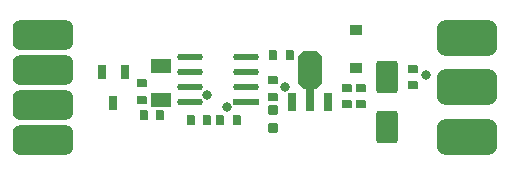
<source format=gbr>
%TF.GenerationSoftware,Altium Limited,Altium Designer,25.8.1 (18)*%
G04 Layer_Color=8388736*
%FSLAX45Y45*%
%MOMM*%
%TF.SameCoordinates,C83170FB-7693-46FD-9F59-C890998B4B8C*%
%TF.FilePolarity,Negative*%
%TF.FileFunction,Soldermask,Top*%
%TF.Part,Single*%
G01*
G75*
%TA.AperFunction,SMDPad,CuDef*%
G04:AMPARAMS|DCode=10|XSize=2.16916mm|YSize=0.58213mm|CornerRadius=0.29107mm|HoleSize=0mm|Usage=FLASHONLY|Rotation=180.000|XOffset=0mm|YOffset=0mm|HoleType=Round|Shape=RoundedRectangle|*
%AMROUNDEDRECTD10*
21,1,2.16916,0.00000,0,0,180.0*
21,1,1.58703,0.58213,0,0,180.0*
1,1,0.58213,-0.79351,0.00000*
1,1,0.58213,0.79351,0.00000*
1,1,0.58213,0.79351,0.00000*
1,1,0.58213,-0.79351,0.00000*
%
%ADD10ROUNDEDRECTD10*%
%ADD11R,2.16916X0.58213*%
G04:AMPARAMS|DCode=33|XSize=2.75mm|YSize=1.85mm|CornerRadius=0.26875mm|HoleSize=0mm|Usage=FLASHONLY|Rotation=270.000|XOffset=0mm|YOffset=0mm|HoleType=Round|Shape=RoundedRectangle|*
%AMROUNDEDRECTD33*
21,1,2.75000,1.31250,0,0,270.0*
21,1,2.21250,1.85000,0,0,270.0*
1,1,0.53750,-0.65625,-1.10625*
1,1,0.53750,-0.65625,1.10625*
1,1,0.53750,0.65625,1.10625*
1,1,0.53750,0.65625,-1.10625*
%
%ADD33ROUNDEDRECTD33*%
G04:AMPARAMS|DCode=34|XSize=0.86mm|YSize=0.7604mm|CornerRadius=0.13255mm|HoleSize=0mm|Usage=FLASHONLY|Rotation=270.000|XOffset=0mm|YOffset=0mm|HoleType=Round|Shape=RoundedRectangle|*
%AMROUNDEDRECTD34*
21,1,0.86000,0.49530,0,0,270.0*
21,1,0.59490,0.76040,0,0,270.0*
1,1,0.26510,-0.24765,-0.29745*
1,1,0.26510,-0.24765,0.29745*
1,1,0.26510,0.24765,0.29745*
1,1,0.26510,0.24765,-0.29745*
%
%ADD34ROUNDEDRECTD34*%
G04:AMPARAMS|DCode=35|XSize=2.6mm|YSize=5.1mm|CornerRadius=0.675mm|HoleSize=0mm|Usage=FLASHONLY|Rotation=90.000|XOffset=0mm|YOffset=0mm|HoleType=Round|Shape=RoundedRectangle|*
%AMROUNDEDRECTD35*
21,1,2.60000,3.75000,0,0,90.0*
21,1,1.25000,5.10000,0,0,90.0*
1,1,1.35000,1.87500,0.62500*
1,1,1.35000,1.87500,-0.62500*
1,1,1.35000,-1.87500,-0.62500*
1,1,1.35000,-1.87500,0.62500*
%
%ADD35ROUNDEDRECTD35*%
G04:AMPARAMS|DCode=36|XSize=2mm|YSize=3.3mm|CornerRadius=0mm|HoleSize=0mm|Usage=FLASHONLY|Rotation=180.000|XOffset=0mm|YOffset=0mm|HoleType=Round|Shape=Octagon|*
%AMOCTAGOND36*
4,1,8,0.50000,-1.65000,-0.50000,-1.65000,-1.00000,-1.15000,-1.00000,1.15000,-0.50000,1.65000,0.50000,1.65000,1.00000,1.15000,1.00000,-1.15000,0.50000,-1.65000,0.0*
%
%ADD36OCTAGOND36*%

%ADD37R,0.70000X1.90000*%
G04:AMPARAMS|DCode=38|XSize=3.1mm|YSize=5.1mm|CornerRadius=0.8mm|HoleSize=0mm|Usage=FLASHONLY|Rotation=90.000|XOffset=0mm|YOffset=0mm|HoleType=Round|Shape=RoundedRectangle|*
%AMROUNDEDRECTD38*
21,1,3.10000,3.50000,0,0,90.0*
21,1,1.50000,5.10000,0,0,90.0*
1,1,1.60000,1.75000,0.75000*
1,1,1.60000,1.75000,-0.75000*
1,1,1.60000,-1.75000,-0.75000*
1,1,1.60000,-1.75000,0.75000*
%
%ADD38ROUNDEDRECTD38*%
%ADD39R,0.80000X1.30000*%
G04:AMPARAMS|DCode=40|XSize=0.9mm|YSize=0.9mm|CornerRadius=0.15mm|HoleSize=0mm|Usage=FLASHONLY|Rotation=90.000|XOffset=0mm|YOffset=0mm|HoleType=Round|Shape=RoundedRectangle|*
%AMROUNDEDRECTD40*
21,1,0.90000,0.60000,0,0,90.0*
21,1,0.60000,0.90000,0,0,90.0*
1,1,0.30000,0.30000,0.30000*
1,1,0.30000,0.30000,-0.30000*
1,1,0.30000,-0.30000,-0.30000*
1,1,0.30000,-0.30000,0.30000*
%
%ADD40ROUNDEDRECTD40*%
G04:AMPARAMS|DCode=41|XSize=0.86mm|YSize=0.7604mm|CornerRadius=0.13255mm|HoleSize=0mm|Usage=FLASHONLY|Rotation=0.000|XOffset=0mm|YOffset=0mm|HoleType=Round|Shape=RoundedRectangle|*
%AMROUNDEDRECTD41*
21,1,0.86000,0.49530,0,0,0.0*
21,1,0.59490,0.76040,0,0,0.0*
1,1,0.26510,0.29745,-0.24765*
1,1,0.26510,-0.29745,-0.24765*
1,1,0.26510,-0.29745,0.24765*
1,1,0.26510,0.29745,0.24765*
%
%ADD41ROUNDEDRECTD41*%
%ADD42R,0.70000X1.50000*%
%ADD43R,1.75000X1.20000*%
G04:AMPARAMS|DCode=44|XSize=0.9mm|YSize=1.1mm|CornerRadius=0.15mm|HoleSize=0mm|Usage=FLASHONLY|Rotation=270.000|XOffset=0mm|YOffset=0mm|HoleType=Round|Shape=RoundedRectangle|*
%AMROUNDEDRECTD44*
21,1,0.90000,0.80000,0,0,270.0*
21,1,0.60000,1.10000,0,0,270.0*
1,1,0.30000,-0.40000,-0.30000*
1,1,0.30000,-0.40000,0.30000*
1,1,0.30000,0.40000,0.30000*
1,1,0.30000,0.40000,-0.30000*
%
%ADD44ROUNDEDRECTD44*%
%TA.AperFunction,ViaPad*%
%ADD45C,0.80000*%
%ADD46C,0.75000*%
D10*
X1526140Y472000D02*
D03*
Y599000D02*
D03*
Y726000D02*
D03*
Y853000D02*
D03*
X1998860D02*
D03*
Y726000D02*
D03*
Y599000D02*
D03*
D11*
Y472000D02*
D03*
D33*
X3187500Y260000D02*
D03*
Y690000D02*
D03*
D34*
X1780000Y325000D02*
D03*
X1920000D02*
D03*
X1130000Y362500D02*
D03*
X1670000Y325000D02*
D03*
X2370000Y875000D02*
D03*
X2230000D02*
D03*
X1530000Y325000D02*
D03*
X1270000Y362500D02*
D03*
D35*
X280000Y155000D02*
D03*
Y750000D02*
D03*
Y450000D02*
D03*
Y1045000D02*
D03*
D36*
X2537500Y742500D02*
D03*
D37*
Y492500D02*
D03*
D38*
X3870001Y180000D02*
D03*
Y1020000D02*
D03*
Y600000D02*
D03*
D39*
X875000Y470000D02*
D03*
X780000Y730000D02*
D03*
X970000D02*
D03*
D40*
X2225000Y256250D02*
D03*
Y406250D02*
D03*
D41*
X1112500Y492500D02*
D03*
X2850000Y455000D02*
D03*
X2975000D02*
D03*
X2225000Y517500D02*
D03*
Y657500D02*
D03*
X2850000Y595000D02*
D03*
X2975000D02*
D03*
X1112500Y632500D02*
D03*
X3412500Y617500D02*
D03*
Y757500D02*
D03*
D42*
X2387500Y472500D02*
D03*
X2687500D02*
D03*
D43*
X1275000Y495000D02*
D03*
Y780000D02*
D03*
D44*
X2925000Y1087000D02*
D03*
Y763000D02*
D03*
D45*
X2324943Y603658D02*
D03*
X1833927Y434522D02*
D03*
X1669222Y532771D02*
D03*
X3525000Y700000D02*
D03*
D46*
X3970001Y180000D02*
D03*
X3770001D02*
D03*
X3870001Y105000D02*
D03*
Y255000D02*
D03*
X4070001D02*
D03*
Y105000D02*
D03*
X3670001D02*
D03*
Y255000D02*
D03*
X3970001Y600000D02*
D03*
X3770001D02*
D03*
X3870001Y525000D02*
D03*
Y675000D02*
D03*
X4070001D02*
D03*
Y525000D02*
D03*
X3670001D02*
D03*
Y675000D02*
D03*
X3970001Y1020000D02*
D03*
X3770001D02*
D03*
X3870001Y945000D02*
D03*
Y1095000D02*
D03*
X4070001D02*
D03*
Y945000D02*
D03*
X3670001D02*
D03*
Y1095000D02*
D03*
X380000Y155000D02*
D03*
X180000D02*
D03*
X280000Y80000D02*
D03*
Y230000D02*
D03*
X480000D02*
D03*
Y80000D02*
D03*
X80000D02*
D03*
Y230000D02*
D03*
X380000Y450000D02*
D03*
X180000D02*
D03*
X280000Y375000D02*
D03*
Y525000D02*
D03*
X480000D02*
D03*
Y375000D02*
D03*
X80000D02*
D03*
Y525000D02*
D03*
X380000Y750000D02*
D03*
X180000D02*
D03*
X280000Y675000D02*
D03*
Y825000D02*
D03*
X480000D02*
D03*
Y675000D02*
D03*
X80000D02*
D03*
Y825000D02*
D03*
X380000Y1045000D02*
D03*
X180000D02*
D03*
X280000Y970000D02*
D03*
Y1120000D02*
D03*
X480000D02*
D03*
Y970000D02*
D03*
X80000D02*
D03*
Y1120000D02*
D03*
%TF.MD5,74837e6a59d3ed17c2bb18a5e968b65d*%
M02*

</source>
